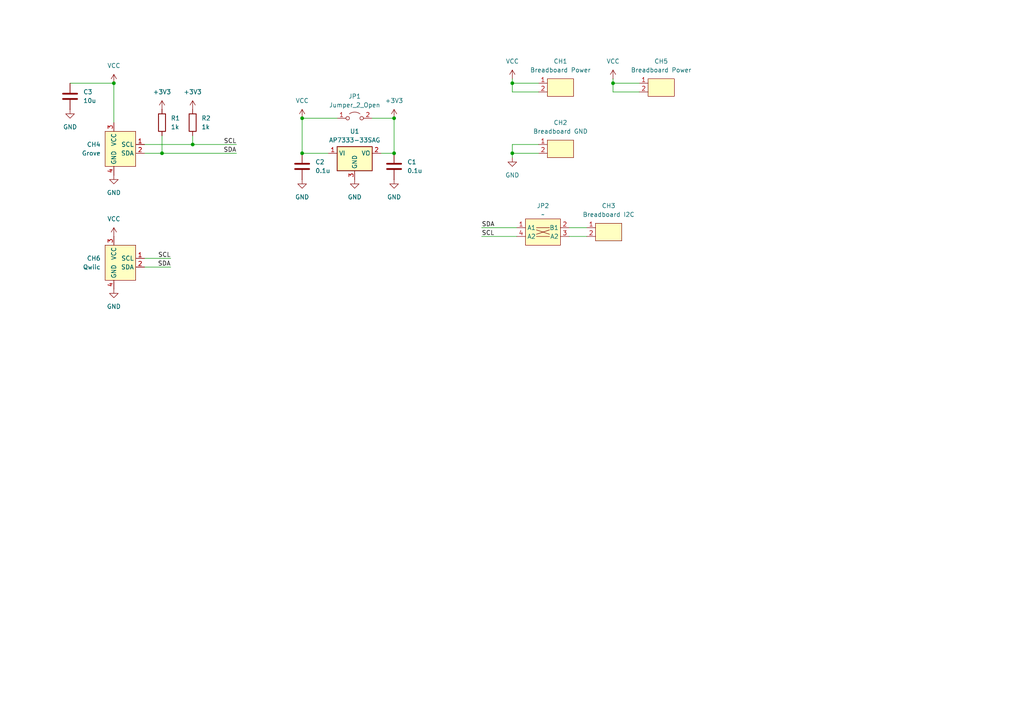
<source format=kicad_sch>
(kicad_sch (version 20231120) (generator "eeschema") (generator_version "8.0")
  (paper "A4")
  (lib_symbols
    (symbol "74th_Interface:I2C_Grove_Host-Side"
      (property "Reference" "CH" (at -6.35 0 0))
      (property "Value" "Grove" (at -6.35 -2.54 0))
      (symbol "I2C_Grove_Host-Side_0_1"
        (rectangle (start -5.08 3.81) (end 3.81 -6.35) (stroke (width 0.1524)) (fill (type background)))
      )
      (symbol "I2C_Grove_Host-Side_1_1"
        (pin input line (at 6.35 0 180) (length 2.54) (name "SCL") (number "1"))
        (pin bidirectional line (at 6.35 -2.54 180) (length 2.54) (name "SDA") (number "2"))
        (pin power_in line (at -2.54 6.35 270) (length 2.54) (name "VCC") (number "3"))
        (pin power_in line (at -2.54 -8.89 90) (length 2.54) (name "GND") (number "4"))
      )
    )
    (symbol "74th_Interface:Jumper_2" (pin_names (offset 0) hide)
      (property "Reference" "JP" (at 0 2.794 0))
      (property "Value" "Jumper_2_Open" (at 0 -2.286 0))
      (symbol "Jumper_2_0_0"
        (circle (center -2.032 0) (radius 0.508))
        (circle (center 2.032 0) (radius 0.508))
      )
      (symbol "Jumper_2_0_1"
        (arc (start 1.524 1.27) (mid 0 1.778) (end -1.524 1.27))
      )
      (symbol "Jumper_2_1_1"
        (pin passive line (at -5.08 0 0) (length 2.54) (name "A") (number "1"))
        (pin passive line (at 5.08 0 180) (length 2.54) (name "B") (number "2"))
      )
    )
    (symbol "74th_Interface:Pin_2"
      (property "Reference" "CH" (at 0 2.54 0))
      (property "Value" "Pin_2" (at 0 5.08 0))
      (symbol "Pin_2_0_1"
        (rectangle (start -3.81 1.27) (end 3.81 -3.81) (stroke (width 0.1524)) (fill (type background)))
      )
      (symbol "Pin_2_1_1"
        (pin bidirectional line (at 6.35 0 180) (length 2.54) (name "") (number "1"))
        (pin bidirectional line (at 6.35 -2.54 180) (length 2.54) (name "") (number "2"))
      )
    )
    (symbol "74th_Interface:Pin_4-PokaYoke"
      (property "Reference" "JP" (at 0 5.715 0))
      (symbol "Pin_4-PokaYoke_0_1"
        (polyline (pts (xy -1.905 -1.27) (xy 1.905 -1.27)))
        (polyline (pts (xy -1.905 -0.635) (xy 1.905 0.635)))
        (polyline (pts (xy -1.905 0.635) (xy 1.905 -0.635)))
        (polyline (pts (xy -1.905 1.27) (xy 1.905 1.27)))
      )
      (symbol "Pin_4-PokaYoke_1_1"
        (rectangle (start -5.08 3.81) (end 5.08 -3.81) (fill (type background)))
        (pin bidirectional line (at -7.62 1.27 0) (length 2.54) (name "A1") (number "1"))
        (pin bidirectional line (at 7.62 1.27 180) (length 2.54) (name "B1") (number "2"))
        (pin bidirectional line (at 7.62 -1.27 180) (length 2.54) (name "A2") (number "3"))
        (pin bidirectional line (at -7.62 -1.27 0) (length 2.54) (name "A2") (number "4"))
      )
    )
    (symbol "74th_Interface:Qwiic_Host-Side"
      (property "Reference" "CH" (at -6.35 0 0))
      (property "Value" "Qwiic" (at -6.35 -2.54 0))
      (symbol "Qwiic_Host-Side_0_1"
        (rectangle (start -5.08 3.81) (end 3.81 -6.35) (stroke (width 0.1524)) (fill (type background)))
      )
      (symbol "Qwiic_Host-Side_1_1"
        (pin input line (at 6.35 0 180) (length 2.54) (name "SCL") (number "1"))
        (pin bidirectional line (at 6.35 -2.54 180) (length 2.54) (name "SDA") (number "2"))
        (pin power_in line (at -2.54 6.35 270) (length 2.54) (name "VCC") (number "3"))
        (pin power_in line (at -2.54 -8.89 90) (length 2.54) (name "GND") (number "4"))
      )
    )
    (symbol "74th_Passive:AP7333-LDO_Regulator_SOT23"
      (property "Reference" "U" (at 0 6.35 0))
      (property "Value" "AP7333-33SAG" (at 0 3.81 0))
      (symbol "AP7333-LDO_Regulator_SOT23_0_1"
        (rectangle (start -5.08 1.905) (end 5.08 -5.08) (stroke (width 0.254)) (fill (type background)))
      )
      (symbol "AP7333-LDO_Regulator_SOT23_1_1"
        (pin power_in line (at -7.62 0 0) (length 2.54) (name "VI") (number "1"))
        (pin power_out line (at 7.62 0 180) (length 2.54) (name "VO") (number "2"))
        (pin power_in line (at 0 -7.62 90) (length 2.54) (name "GND") (number "3"))
      )
    )
    (symbol "Device:C" (pin_numbers hide) (pin_names (offset 0.254))
      (property "Reference" "C" (at 0.635 2.54 0))
      (property "Value" "C" (at 0.635 -2.54 0))
      (symbol "C_0_1"
        (polyline (pts (xy -2.032 -0.762) (xy 2.032 -0.762)) (stroke (width 0.508)))
        (polyline (pts (xy -2.032 0.762) (xy 2.032 0.762)) (stroke (width 0.508)))
      )
      (symbol "C_1_1"
        (pin passive line (at 0 3.81 270) (length 2.794) (name "~") (number "1"))
        (pin passive line (at 0 -3.81 90) (length 2.794) (name "~") (number "2"))
      )
    )
    (symbol "Device:R" (pin_numbers hide) (pin_names (offset 0))
      (property "Reference" "R" (at 2.032 0 90))
      (property "Value" "R" (at 0 0 90))
      (symbol "R_0_1"
        (rectangle (start -1.016 -2.54) (end 1.016 2.54) (stroke (width 0.254)))
      )
      (symbol "R_1_1"
        (pin passive line (at 0 3.81 270) (length 1.27) (name "~") (number "1"))
        (pin passive line (at 0 -3.81 90) (length 1.27) (name "~") (number "2"))
      )
    )
    (symbol "power:+3V3" (power) (pin_numbers hide) (pin_names (offset 0) hide)
      (property "Value" "+3V3" (at 0 3.556 0))
      (symbol "+3V3_0_1"
        (polyline (pts (xy -0.762 1.27) (xy 0 2.54)))
        (polyline (pts (xy 0 0) (xy 0 2.54)))
        (polyline (pts (xy 0 2.54) (xy 0.762 1.27)))
      )
      (symbol "+3V3_1_1"
        (pin power_in line (at 0 0 90) (length 0) (name "~") (number "1"))
      )
    )
    (symbol "power:GND" (power) (pin_numbers hide) (pin_names (offset 0) hide)
      (property "Value" "GND" (at 0 -3.81 0))
      (symbol "GND_0_1"
        (polyline (pts (xy 0 0) (xy 0 -1.27) (xy 1.27 -1.27) (xy 0 -2.54) (xy -1.27 -1.27) (xy 0 -1.27)))
      )
      (symbol "GND_1_1"
        (pin power_in line (at 0 0 270) (length 0) (name "~") (number "1"))
      )
    )
    (symbol "power:VCC" (power) (pin_numbers hide) (pin_names (offset 0) hide)
      (property "Value" "VCC" (at 0 3.556 0))
      (symbol "VCC_0_1"
        (polyline (pts (xy -0.762 1.27) (xy 0 2.54)))
        (polyline (pts (xy 0 0) (xy 0 2.54)))
        (polyline (pts (xy 0 2.54) (xy 0.762 1.27)))
      )
      (symbol "VCC_1_1"
        (pin power_in line (at 0 0 90) (length 0) (name "~") (number "1"))
      )
    )
  )
  (junction (at 87.63 44.45))
  (junction (at 55.88 41.91))
  (junction (at 33.02 24.13))
  (junction (at 87.63 34.29))
  (junction (at 114.3 34.29))
  (junction (at 46.99 44.45))
  (junction (at 148.59 24.13))
  (junction (at 114.3 44.45))
  (junction (at 148.59 44.45))
  (junction (at 177.8 24.13))
  (wire (pts (xy 41.91 41.91) (xy 55.88 41.91)))
  (wire (pts (xy 110.49 44.45) (xy 114.3 44.45)))
  (wire (pts (xy 139.7 66.04) (xy 149.86 66.04)))
  (wire (pts (xy 87.63 34.29) (xy 97.79 34.29)))
  (wire (pts (xy 46.99 44.45) (xy 68.58 44.45)))
  (wire (pts (xy 177.8 26.67) (xy 177.8 24.13)))
  (wire (pts (xy 41.91 74.93) (xy 49.53 74.93)))
  (wire (pts (xy 41.91 77.47) (xy 49.53 77.47)))
  (wire (pts (xy 185.42 24.13) (xy 177.8 24.13)))
  (wire (pts (xy 107.95 34.29) (xy 114.3 34.29)))
  (wire (pts (xy 148.59 44.45) (xy 148.59 45.72)))
  (wire (pts (xy 177.8 24.13) (xy 177.8 22.86)))
  (wire (pts (xy 114.3 34.29) (xy 114.3 44.45)))
  (wire (pts (xy 156.21 26.67) (xy 148.59 26.67)))
  (wire (pts (xy 148.59 26.67) (xy 148.59 24.13)))
  (wire (pts (xy 46.99 39.37) (xy 46.99 44.45)))
  (wire (pts (xy 87.63 44.45) (xy 95.25 44.45)))
  (wire (pts (xy 156.21 41.91) (xy 148.59 41.91)))
  (wire (pts (xy 185.42 26.67) (xy 177.8 26.67)))
  (wire (pts (xy 33.02 24.13) (xy 33.02 35.56)))
  (wire (pts (xy 148.59 24.13) (xy 148.59 22.86)))
  (wire (pts (xy 55.88 41.91) (xy 68.58 41.91)))
  (wire (pts (xy 156.21 24.13) (xy 148.59 24.13)))
  (wire (pts (xy 55.88 39.37) (xy 55.88 41.91)))
  (wire (pts (xy 156.21 44.45) (xy 148.59 44.45)))
  (wire (pts (xy 87.63 34.29) (xy 87.63 44.45)))
  (wire (pts (xy 41.91 44.45) (xy 46.99 44.45)))
  (wire (pts (xy 165.1 68.58) (xy 170.18 68.58)))
  (wire (pts (xy 139.7 68.58) (xy 149.86 68.58)))
  (wire (pts (xy 33.02 24.13) (xy 20.32 24.13)))
  (wire (pts (xy 148.59 41.91) (xy 148.59 44.45)))
  (wire (pts (xy 165.1 66.04) (xy 170.18 66.04)))
  (label "SDA" (at 139.7 66.04 0))
  (label "SDA" (at 68.58 44.45 180))
  (label "SDA" (at 49.53 77.47 180))
  (label "SCL" (at 139.7 68.58 0))
  (label "SCL" (at 49.53 74.93 180))
  (label "SCL" (at 68.58 41.91 180))
  (symbol (lib_id "74th_Interface:Pin_2") (at 176.53 66.04 0) (mirror y) (unit 1)
    (property "Reference" "CH3" (at 176.53 59.69 0))
    (property "Value" "Breadboard I2C" (at 176.53 62.23 0))
    (property "Footprint" "74th:PinOut_Pin_2" (effects (hide yes)))
  )
  (symbol (lib_id "power:GND") (at 33.02 50.8 0) (unit 1)
    (property "Reference" "#PWR07" (effects (hide yes)))
    (property "Value" "GND" (at 33.02 55.88 0))
    (property "Description" "Power symbol creates a global label with name \"GND\" , ground" (effects (hide yes)))
  )
  (symbol (lib_id "power:GND") (at 148.59 45.72 0) (unit 1)
    (property "Reference" "#PWR08" (effects (hide yes)))
    (property "Value" "GND" (at 148.59 50.8 0))
    (property "Description" "Power symbol creates a global label with name \"GND\" , ground" (effects (hide yes)))
  )
  (symbol (lib_id "power:VCC") (at 148.59 22.86 0) (unit 1)
    (property "Reference" "#PWR09" (effects (hide yes)))
    (property "Value" "VCC" (at 148.59 17.78 0))
    (property "Description" "Power symbol creates a global label with name \"VCC\"" (effects (hide yes)))
  )
  (symbol (lib_id "power:GND") (at 114.3 52.07 0) (unit 1)
    (property "Reference" "#PWR04" (effects (hide yes)))
    (property "Value" "GND" (at 114.3 57.15 0))
    (property "Description" "Power symbol creates a global label with name \"GND\" , ground" (effects (hide yes)))
  )
  (symbol (lib_id "Device:C") (at 20.32 27.94 0) (unit 1)
    (property "Reference" "C3" (at 24.13 26.6699 0) (effects (justify left)))
    (property "Value" "10u" (at 24.13 29.2099 0) (effects (justify left)))
    (property "Footprint" "74th:Capacitor_0603_1608" (effects (hide yes)))
    (property "Description" "Unpolarized capacitor" (effects (hide yes)))
  )
  (symbol (lib_id "Device:R") (at 46.99 35.56 0) (unit 1)
    (property "Reference" "R1" (at 49.53 34.2899 0) (effects (justify left)))
    (property "Value" "1k" (at 49.53 36.8299 0) (effects (justify left)))
    (property "Footprint" "74th:Register_0603_1608" (effects (hide yes)))
    (property "Description" "Resistor" (effects (hide yes)))
  )
  (symbol (lib_id "74th_Interface:Pin_2") (at 162.56 41.91 0) (mirror y) (unit 1)
    (property "Reference" "CH2" (at 162.56 35.56 0))
    (property "Value" "Breadboard GND" (at 162.56 38.1 0))
    (property "Footprint" "74th:PinOut_Pin_2" (effects (hide yes)))
  )
  (symbol (lib_id "power:VCC") (at 33.02 68.58 0) (unit 1)
    (property "Reference" "#PWR014" (effects (hide yes)))
    (property "Value" "VCC" (at 33.02 63.5 0))
    (property "Description" "Power symbol creates a global label with name \"VCC\"" (effects (hide yes)))
  )
  (symbol (lib_id "power:VCC") (at 87.63 34.29 0) (unit 1)
    (property "Reference" "#PWR010" (effects (hide yes)))
    (property "Value" "VCC" (at 87.63 29.21 0))
    (property "Description" "Power symbol creates a global label with name \"VCC\"" (effects (hide yes)))
  )
  (symbol (lib_id "Device:C") (at 87.63 48.26 0) (unit 1)
    (property "Reference" "C2" (at 91.44 46.9899 0) (effects (justify left)))
    (property "Value" "0.1u" (at 91.44 49.5299 0) (effects (justify left)))
    (property "Footprint" "74th:Capacitor_0603_1608" (effects (hide yes)))
    (property "Description" "Unpolarized capacitor" (effects (hide yes)))
  )
  (symbol (lib_id "Device:R") (at 55.88 35.56 0) (unit 1)
    (property "Reference" "R2" (at 58.42 34.2899 0) (effects (justify left)))
    (property "Value" "1k" (at 58.42 36.8299 0) (effects (justify left)))
    (property "Footprint" "74th:Register_0603_1608" (effects (hide yes)))
    (property "Description" "Resistor" (effects (hide yes)))
  )
  (symbol (lib_id "power:+3V3") (at 46.99 31.75 0) (unit 1)
    (property "Reference" "#PWR03" (effects (hide yes)))
    (property "Value" "+3V3" (at 46.99 26.67 0))
    (property "Description" "Power symbol creates a global label with name \"+3V3\"" (effects (hide yes)))
  )
  (symbol (lib_id "74th_Interface:Pin_2") (at 191.77 24.13 0) (mirror y) (unit 1)
    (property "Reference" "CH5" (at 191.77 17.78 0))
    (property "Value" "Breadboard Power" (at 191.77 20.32 0))
    (property "Footprint" "74th:PinOut_Pin_2" (effects (hide yes)))
  )
  (symbol (lib_id "power:GND") (at 33.02 83.82 0) (unit 1)
    (property "Reference" "#PWR015" (effects (hide yes)))
    (property "Value" "GND" (at 33.02 88.9 0))
    (property "Description" "Power symbol creates a global label with name \"GND\" , ground" (effects (hide yes)))
  )
  (symbol (lib_id "power:+3V3") (at 55.88 31.75 0) (unit 1)
    (property "Reference" "#PWR012" (effects (hide yes)))
    (property "Value" "+3V3" (at 55.88 26.67 0))
    (property "Description" "Power symbol creates a global label with name \"+3V3\"" (effects (hide yes)))
  )
  (symbol (lib_id "74th_Interface:Pin_2") (at 162.56 24.13 0) (mirror y) (unit 1)
    (property "Reference" "CH1" (at 162.56 17.78 0))
    (property "Value" "Breadboard Power" (at 162.56 20.32 0))
    (property "Footprint" "74th:PinOut_Pin_2" (effects (hide yes)))
  )
  (symbol (lib_id "74th_Passive:AP7333-LDO_Regulator_SOT23") (at 102.87 44.45 0) (unit 1)
    (property "Reference" "U1" (at 102.87 38.1 0))
    (property "Value" "AP7333-33SAG" (at 102.87 40.64 0))
    (property "Footprint" "74th:Package_SOT-23" (effects (hide yes)))
    (property "Datasheet" "https://www.diodes.com/assets/Datasheets/AP7333.pdf" (effects (hide yes)))
  )
  (symbol (lib_id "74th_Interface:I2C_Grove_Host-Side") (at 35.56 41.91 0) (unit 1)
    (property "Reference" "CH4" (at 29.21 41.9099 0) (effects (justify right)))
    (property "Value" "Grove" (at 29.21 44.4499 0) (effects (justify right)))
    (property "Footprint" "74th:Connector_HY-2.0_SMD_4Pin" (effects (hide yes)))
  )
  (symbol (lib_id "power:VCC") (at 177.8 22.86 0) (unit 1)
    (property "Reference" "#PWR013" (effects (hide yes)))
    (property "Value" "VCC" (at 177.8 17.78 0))
    (property "Description" "Power symbol creates a global label with name \"VCC\"" (effects (hide yes)))
  )
  (symbol (lib_id "74th_Interface:Pin_4-PokaYoke") (at 157.48 67.31 0) (unit 1)
    (property "Reference" "JP2" (at 157.48 59.69 0))
    (property "Value" "~" (at 157.48 62.23 0))
    (property "Footprint" "74th:PinOut_PokaYoke" (effects (hide yes)))
  )
  (symbol (lib_id "power:VCC") (at 33.02 24.13 0) (unit 1)
    (property "Reference" "#PWR01" (effects (hide yes)))
    (property "Value" "VCC" (at 33.02 19.05 0))
    (property "Description" "Power symbol creates a global label with name \"VCC\"" (effects (hide yes)))
  )
  (symbol (lib_id "74th_Interface:Jumper_2") (at 102.87 34.29 0) (unit 1)
    (property "Reference" "JP1" (at 102.87 27.94 0))
    (property "Value" "Jumper_2_Open" (at 102.87 30.48 0))
    (property "Footprint" "74th:PinOut_Pin_2" (effects (hide yes)))
    (property "Description" "Jumper, 2-pole, open" (effects (hide yes)))
  )
  (symbol (lib_id "74th_Interface:Qwiic_Host-Side") (at 35.56 74.93 0) (unit 1)
    (property "Reference" "CH6" (at 29.21 74.9299 0) (effects (justify right)))
    (property "Value" "Qwiic" (at 29.21 77.4699 0) (effects (justify right)))
    (property "Footprint" "74th:Connector_SH-1.0_SMD_4Pin" (effects (hide yes)))
  )
  (symbol (lib_id "Device:C") (at 114.3 48.26 0) (unit 1)
    (property "Reference" "C1" (at 118.11 46.9899 0) (effects (justify left)))
    (property "Value" "0.1u" (at 118.11 49.5299 0) (effects (justify left)))
    (property "Footprint" "74th:Capacitor_0603_1608" (effects (hide yes)))
    (property "Description" "Unpolarized capacitor" (effects (hide yes)))
  )
  (symbol (lib_id "power:GND") (at 87.63 52.07 0) (unit 1)
    (property "Reference" "#PWR05" (effects (hide yes)))
    (property "Value" "GND" (at 87.63 57.15 0))
    (property "Description" "Power symbol creates a global label with name \"GND\" , ground" (effects (hide yes)))
  )
  (symbol (lib_id "power:+3V3") (at 114.3 34.29 0) (unit 1)
    (property "Reference" "#PWR02" (effects (hide yes)))
    (property "Value" "+3V3" (at 114.3 29.21 0))
    (property "Description" "Power symbol creates a global label with name \"+3V3\"" (effects (hide yes)))
  )
  (symbol (lib_id "power:GND") (at 20.32 31.75 0) (unit 1)
    (property "Reference" "#PWR011" (effects (hide yes)))
    (property "Value" "GND" (at 20.32 36.83 0))
    (property "Description" "Power symbol creates a global label with name \"GND\" , ground" (effects (hide yes)))
  )
  (symbol (lib_id "power:GND") (at 102.87 52.07 0) (unit 1)
    (property "Reference" "#PWR06" (effects (hide yes)))
    (property "Value" "GND" (at 102.87 57.15 0))
    (property "Description" "Power symbol creates a global label with name \"GND\" , ground" (effects (hide yes)))
  )
)
</source>
